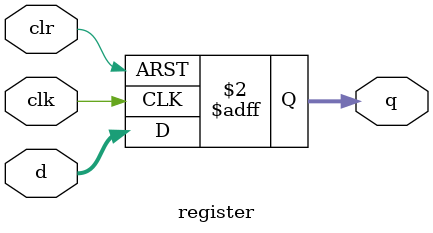
<source format=v>
module register(d,q,clk,clr);
	input[3:0] d;
	output reg [3:0] q;
	input clk,clr;
	always@(posedge clk or posedge clr)
		begin
			if(clr) 
				q <= 4'b0000;
			else 
				q <= d;
		end
endmodule
</source>
